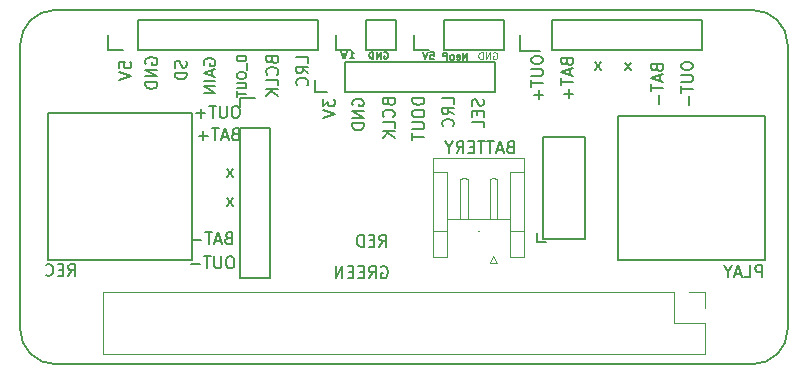
<source format=gbr>
%TF.GenerationSoftware,KiCad,Pcbnew,(5.1.5-0-10_14)*%
%TF.CreationDate,2020-02-24T01:19:29+01:00*%
%TF.ProjectId,raspberrypi_zerow_uhat,72617370-6265-4727-9279-70695f7a6572,1.0*%
%TF.SameCoordinates,Original*%
%TF.FileFunction,Legend,Bot*%
%TF.FilePolarity,Positive*%
%FSLAX46Y46*%
G04 Gerber Fmt 4.6, Leading zero omitted, Abs format (unit mm)*
G04 Created by KiCad (PCBNEW (5.1.5-0-10_14)) date 2020-02-24 01:19:29*
%MOMM*%
%LPD*%
G04 APERTURE LIST*
%ADD10C,0.150000*%
%ADD11C,0.125000*%
%ADD12C,0.120000*%
G04 APERTURE END LIST*
D10*
X97410000Y-102442000D02*
X97410000Y-102188000D01*
X109602000Y-102188000D02*
X97410000Y-102188000D01*
X109602000Y-114634000D02*
X109602000Y-102188000D01*
X97410000Y-114634000D02*
X109602000Y-114634000D01*
X97410000Y-102442000D02*
X97410000Y-114634000D01*
X158116000Y-102442000D02*
X145670000Y-102442000D01*
X158116000Y-114634000D02*
X158116000Y-102442000D01*
X145670000Y-114634000D02*
X158116000Y-114634000D01*
X145670000Y-102442000D02*
X145670000Y-114634000D01*
X135256000Y-97870000D02*
X122556000Y-97870000D01*
X135256000Y-100410000D02*
X135256000Y-97870000D01*
X122556000Y-100410000D02*
X135256000Y-100410000D01*
X122556000Y-97870000D02*
X122556000Y-100410000D01*
X120016000Y-100410000D02*
X121032000Y-100410000D01*
X120016000Y-99394000D02*
X120016000Y-100410000D01*
X138812000Y-113110000D02*
X139574000Y-113110000D01*
X138812000Y-112348000D02*
X138812000Y-113110000D01*
X142876000Y-104220000D02*
X139320000Y-104220000D01*
X142876000Y-112856000D02*
X142876000Y-104220000D01*
X139320000Y-112856000D02*
X142876000Y-112856000D01*
X139320000Y-104220000D02*
X139320000Y-112856000D01*
X116206000Y-103458000D02*
X113666000Y-103458000D01*
X116206000Y-116158000D02*
X116206000Y-103458000D01*
X113666000Y-116158000D02*
X116206000Y-116158000D01*
X113666000Y-103458000D02*
X113666000Y-116158000D01*
X113666000Y-100918000D02*
X113666000Y-101680000D01*
X114936000Y-100918000D02*
X113666000Y-100918000D01*
X120270000Y-96854000D02*
X105030000Y-96854000D01*
X120270000Y-94314000D02*
X120270000Y-96854000D01*
X105030000Y-94314000D02*
X120270000Y-94314000D01*
X105030000Y-96854000D02*
X105030000Y-94314000D01*
X102490000Y-96854000D02*
X103760000Y-96854000D01*
X102490000Y-95584000D02*
X102490000Y-96854000D01*
X126874000Y-96854000D02*
X124334000Y-96854000D01*
X126874000Y-94314000D02*
X126874000Y-96854000D01*
X124334000Y-94314000D02*
X126874000Y-94314000D01*
X124334000Y-96854000D02*
X124334000Y-94314000D01*
X121794000Y-96854000D02*
X123064000Y-96854000D01*
X121794000Y-95584000D02*
X121794000Y-96854000D01*
X136018000Y-96854000D02*
X130938000Y-96854000D01*
X136018000Y-94314000D02*
X136018000Y-96854000D01*
X130938000Y-94314000D02*
X136018000Y-94314000D01*
X130938000Y-96854000D02*
X130938000Y-94314000D01*
X128398000Y-96854000D02*
X129668000Y-96854000D01*
X128398000Y-95584000D02*
X128398000Y-96854000D01*
X152782000Y-96854000D02*
X140082000Y-96854000D01*
X152782000Y-94314000D02*
X152782000Y-96854000D01*
X140082000Y-94314000D02*
X152782000Y-94314000D01*
X140082000Y-96854000D02*
X140082000Y-94314000D01*
X137415000Y-96930200D02*
X139066000Y-96930200D01*
X137415000Y-95609400D02*
X137415000Y-96930200D01*
X109143161Y-97782285D02*
X109190780Y-97925142D01*
X109190780Y-98163238D01*
X109143161Y-98258476D01*
X109095542Y-98306095D01*
X109000304Y-98353714D01*
X108905066Y-98353714D01*
X108809828Y-98306095D01*
X108762209Y-98258476D01*
X108714590Y-98163238D01*
X108666971Y-97972761D01*
X108619352Y-97877523D01*
X108571733Y-97829904D01*
X108476495Y-97782285D01*
X108381257Y-97782285D01*
X108286019Y-97829904D01*
X108238400Y-97877523D01*
X108190780Y-97972761D01*
X108190780Y-98210857D01*
X108238400Y-98353714D01*
X109190780Y-98782285D02*
X108190780Y-98782285D01*
X108190780Y-99020380D01*
X108238400Y-99163238D01*
X108333638Y-99258476D01*
X108428876Y-99306095D01*
X108619352Y-99353714D01*
X108762209Y-99353714D01*
X108952685Y-99306095D01*
X109047923Y-99258476D01*
X109143161Y-99163238D01*
X109190780Y-99020380D01*
X109190780Y-98782285D01*
X105749200Y-98047895D02*
X105701580Y-97952657D01*
X105701580Y-97809800D01*
X105749200Y-97666942D01*
X105844438Y-97571704D01*
X105939676Y-97524085D01*
X106130152Y-97476466D01*
X106273009Y-97476466D01*
X106463485Y-97524085D01*
X106558723Y-97571704D01*
X106653961Y-97666942D01*
X106701580Y-97809800D01*
X106701580Y-97905038D01*
X106653961Y-98047895D01*
X106606342Y-98095514D01*
X106273009Y-98095514D01*
X106273009Y-97905038D01*
X106701580Y-98524085D02*
X105701580Y-98524085D01*
X106701580Y-99095514D01*
X105701580Y-99095514D01*
X106701580Y-99571704D02*
X105701580Y-99571704D01*
X105701580Y-99809800D01*
X105749200Y-99952657D01*
X105844438Y-100047895D01*
X105939676Y-100095514D01*
X106130152Y-100143133D01*
X106273009Y-100143133D01*
X106463485Y-100095514D01*
X106558723Y-100047895D01*
X106653961Y-99952657D01*
X106701580Y-99809800D01*
X106701580Y-99571704D01*
X114256504Y-97381257D02*
X113456504Y-97381257D01*
X113456504Y-97571733D01*
X113494600Y-97686019D01*
X113570790Y-97762209D01*
X113646980Y-97800304D01*
X113799361Y-97838400D01*
X113913647Y-97838400D01*
X114066028Y-97800304D01*
X114142219Y-97762209D01*
X114218409Y-97686019D01*
X114256504Y-97571733D01*
X114256504Y-97381257D01*
X114332695Y-97990780D02*
X114332695Y-98600304D01*
X113456504Y-98943161D02*
X113456504Y-99095542D01*
X113494600Y-99171733D01*
X113570790Y-99247923D01*
X113723171Y-99286019D01*
X113989838Y-99286019D01*
X114142219Y-99247923D01*
X114218409Y-99171733D01*
X114256504Y-99095542D01*
X114256504Y-98943161D01*
X114218409Y-98866971D01*
X114142219Y-98790780D01*
X113989838Y-98752685D01*
X113723171Y-98752685D01*
X113570790Y-98790780D01*
X113494600Y-98866971D01*
X113456504Y-98943161D01*
X113456504Y-99628876D02*
X114104123Y-99628876D01*
X114180314Y-99666971D01*
X114218409Y-99705066D01*
X114256504Y-99781257D01*
X114256504Y-99933638D01*
X114218409Y-100009828D01*
X114180314Y-100047923D01*
X114104123Y-100086019D01*
X113456504Y-100086019D01*
X113456504Y-100352685D02*
X113456504Y-100809828D01*
X114256504Y-100581257D02*
X113456504Y-100581257D01*
X119477780Y-97941523D02*
X119477780Y-97465333D01*
X118477780Y-97465333D01*
X119477780Y-98846285D02*
X119001590Y-98512952D01*
X119477780Y-98274857D02*
X118477780Y-98274857D01*
X118477780Y-98655809D01*
X118525400Y-98751047D01*
X118573019Y-98798666D01*
X118668257Y-98846285D01*
X118811114Y-98846285D01*
X118906352Y-98798666D01*
X118953971Y-98751047D01*
X119001590Y-98655809D01*
X119001590Y-98274857D01*
X119382542Y-99846285D02*
X119430161Y-99798666D01*
X119477780Y-99655809D01*
X119477780Y-99560571D01*
X119430161Y-99417714D01*
X119334923Y-99322476D01*
X119239685Y-99274857D01*
X119049209Y-99227238D01*
X118906352Y-99227238D01*
X118715876Y-99274857D01*
X118620638Y-99322476D01*
X118525400Y-99417714D01*
X118477780Y-99560571D01*
X118477780Y-99655809D01*
X118525400Y-99798666D01*
X118573019Y-99846285D01*
X110676800Y-98139428D02*
X110629180Y-98044190D01*
X110629180Y-97901333D01*
X110676800Y-97758476D01*
X110772038Y-97663238D01*
X110867276Y-97615619D01*
X111057752Y-97568000D01*
X111200609Y-97568000D01*
X111391085Y-97615619D01*
X111486323Y-97663238D01*
X111581561Y-97758476D01*
X111629180Y-97901333D01*
X111629180Y-97996571D01*
X111581561Y-98139428D01*
X111533942Y-98187047D01*
X111200609Y-98187047D01*
X111200609Y-97996571D01*
X111343466Y-98568000D02*
X111343466Y-99044190D01*
X111629180Y-98472761D02*
X110629180Y-98806095D01*
X111629180Y-99139428D01*
X111629180Y-99472761D02*
X110629180Y-99472761D01*
X111629180Y-99948952D02*
X110629180Y-99948952D01*
X111629180Y-100520380D01*
X110629180Y-100520380D01*
X116413971Y-97705066D02*
X116461590Y-97847923D01*
X116509209Y-97895542D01*
X116604447Y-97943161D01*
X116747304Y-97943161D01*
X116842542Y-97895542D01*
X116890161Y-97847923D01*
X116937780Y-97752685D01*
X116937780Y-97371733D01*
X115937780Y-97371733D01*
X115937780Y-97705066D01*
X115985400Y-97800304D01*
X116033019Y-97847923D01*
X116128257Y-97895542D01*
X116223495Y-97895542D01*
X116318733Y-97847923D01*
X116366352Y-97800304D01*
X116413971Y-97705066D01*
X116413971Y-97371733D01*
X116842542Y-98943161D02*
X116890161Y-98895542D01*
X116937780Y-98752685D01*
X116937780Y-98657447D01*
X116890161Y-98514590D01*
X116794923Y-98419352D01*
X116699685Y-98371733D01*
X116509209Y-98324114D01*
X116366352Y-98324114D01*
X116175876Y-98371733D01*
X116080638Y-98419352D01*
X115985400Y-98514590D01*
X115937780Y-98657447D01*
X115937780Y-98752685D01*
X115985400Y-98895542D01*
X116033019Y-98943161D01*
X116937780Y-99847923D02*
X116937780Y-99371733D01*
X115937780Y-99371733D01*
X116937780Y-100181257D02*
X115937780Y-100181257D01*
X116937780Y-100752685D02*
X116366352Y-100324114D01*
X115937780Y-100752685D02*
X116509209Y-100181257D01*
X112711742Y-112784571D02*
X112568885Y-112832190D01*
X112521266Y-112879809D01*
X112473647Y-112975047D01*
X112473647Y-113117904D01*
X112521266Y-113213142D01*
X112568885Y-113260761D01*
X112664123Y-113308380D01*
X113045076Y-113308380D01*
X113045076Y-112308380D01*
X112711742Y-112308380D01*
X112616504Y-112356000D01*
X112568885Y-112403619D01*
X112521266Y-112498857D01*
X112521266Y-112594095D01*
X112568885Y-112689333D01*
X112616504Y-112736952D01*
X112711742Y-112784571D01*
X113045076Y-112784571D01*
X112092695Y-113022666D02*
X111616504Y-113022666D01*
X112187933Y-113308380D02*
X111854600Y-112308380D01*
X111521266Y-113308380D01*
X111330790Y-112308380D02*
X110759361Y-112308380D01*
X111045076Y-113308380D02*
X111045076Y-112308380D01*
X110426028Y-112927428D02*
X109664123Y-112927428D01*
X112973647Y-114340380D02*
X112783171Y-114340380D01*
X112687933Y-114388000D01*
X112592695Y-114483238D01*
X112545076Y-114673714D01*
X112545076Y-115007047D01*
X112592695Y-115197523D01*
X112687933Y-115292761D01*
X112783171Y-115340380D01*
X112973647Y-115340380D01*
X113068885Y-115292761D01*
X113164123Y-115197523D01*
X113211742Y-115007047D01*
X113211742Y-114673714D01*
X113164123Y-114483238D01*
X113068885Y-114388000D01*
X112973647Y-114340380D01*
X112116504Y-114340380D02*
X112116504Y-115149904D01*
X112068885Y-115245142D01*
X112021266Y-115292761D01*
X111926028Y-115340380D01*
X111735552Y-115340380D01*
X111640314Y-115292761D01*
X111592695Y-115245142D01*
X111545076Y-115149904D01*
X111545076Y-114340380D01*
X111211742Y-114340380D02*
X110640314Y-114340380D01*
X110926028Y-115340380D02*
X110926028Y-114340380D01*
X110306980Y-114959428D02*
X109545076Y-114959428D01*
X113430847Y-101614980D02*
X113240371Y-101614980D01*
X113145133Y-101662600D01*
X113049895Y-101757838D01*
X113002276Y-101948314D01*
X113002276Y-102281647D01*
X113049895Y-102472123D01*
X113145133Y-102567361D01*
X113240371Y-102614980D01*
X113430847Y-102614980D01*
X113526085Y-102567361D01*
X113621323Y-102472123D01*
X113668942Y-102281647D01*
X113668942Y-101948314D01*
X113621323Y-101757838D01*
X113526085Y-101662600D01*
X113430847Y-101614980D01*
X112573704Y-101614980D02*
X112573704Y-102424504D01*
X112526085Y-102519742D01*
X112478466Y-102567361D01*
X112383228Y-102614980D01*
X112192752Y-102614980D01*
X112097514Y-102567361D01*
X112049895Y-102519742D01*
X112002276Y-102424504D01*
X112002276Y-101614980D01*
X111668942Y-101614980D02*
X111097514Y-101614980D01*
X111383228Y-102614980D02*
X111383228Y-101614980D01*
X110764180Y-102234028D02*
X110002276Y-102234028D01*
X110383228Y-102614980D02*
X110383228Y-101853076D01*
X113270542Y-103970771D02*
X113127685Y-104018390D01*
X113080066Y-104066009D01*
X113032447Y-104161247D01*
X113032447Y-104304104D01*
X113080066Y-104399342D01*
X113127685Y-104446961D01*
X113222923Y-104494580D01*
X113603876Y-104494580D01*
X113603876Y-103494580D01*
X113270542Y-103494580D01*
X113175304Y-103542200D01*
X113127685Y-103589819D01*
X113080066Y-103685057D01*
X113080066Y-103780295D01*
X113127685Y-103875533D01*
X113175304Y-103923152D01*
X113270542Y-103970771D01*
X113603876Y-103970771D01*
X112651495Y-104208866D02*
X112175304Y-104208866D01*
X112746733Y-104494580D02*
X112413400Y-103494580D01*
X112080066Y-104494580D01*
X111889590Y-103494580D02*
X111318161Y-103494580D01*
X111603876Y-104494580D02*
X111603876Y-103494580D01*
X110984828Y-104113628D02*
X110222923Y-104113628D01*
X110603876Y-104494580D02*
X110603876Y-103732676D01*
X112565895Y-106942619D02*
X113089704Y-107609285D01*
X112565895Y-107609285D02*
X113089704Y-106942619D01*
X112565895Y-109431819D02*
X113089704Y-110098485D01*
X112565895Y-110098485D02*
X113089704Y-109431819D01*
X125670466Y-115226200D02*
X125765704Y-115178580D01*
X125908561Y-115178580D01*
X126051419Y-115226200D01*
X126146657Y-115321438D01*
X126194276Y-115416676D01*
X126241895Y-115607152D01*
X126241895Y-115750009D01*
X126194276Y-115940485D01*
X126146657Y-116035723D01*
X126051419Y-116130961D01*
X125908561Y-116178580D01*
X125813323Y-116178580D01*
X125670466Y-116130961D01*
X125622847Y-116083342D01*
X125622847Y-115750009D01*
X125813323Y-115750009D01*
X124622847Y-116178580D02*
X124956180Y-115702390D01*
X125194276Y-116178580D02*
X125194276Y-115178580D01*
X124813323Y-115178580D01*
X124718085Y-115226200D01*
X124670466Y-115273819D01*
X124622847Y-115369057D01*
X124622847Y-115511914D01*
X124670466Y-115607152D01*
X124718085Y-115654771D01*
X124813323Y-115702390D01*
X125194276Y-115702390D01*
X124194276Y-115654771D02*
X123860942Y-115654771D01*
X123718085Y-116178580D02*
X124194276Y-116178580D01*
X124194276Y-115178580D01*
X123718085Y-115178580D01*
X123289514Y-115654771D02*
X122956180Y-115654771D01*
X122813323Y-116178580D02*
X123289514Y-116178580D01*
X123289514Y-115178580D01*
X122813323Y-115178580D01*
X122384752Y-116178580D02*
X122384752Y-115178580D01*
X121813323Y-116178580D01*
X121813323Y-115178580D01*
X125510257Y-113511580D02*
X125843590Y-113035390D01*
X126081685Y-113511580D02*
X126081685Y-112511580D01*
X125700733Y-112511580D01*
X125605495Y-112559200D01*
X125557876Y-112606819D01*
X125510257Y-112702057D01*
X125510257Y-112844914D01*
X125557876Y-112940152D01*
X125605495Y-112987771D01*
X125700733Y-113035390D01*
X126081685Y-113035390D01*
X125081685Y-112987771D02*
X124748352Y-112987771D01*
X124605495Y-113511580D02*
X125081685Y-113511580D01*
X125081685Y-112511580D01*
X124605495Y-112511580D01*
X124176923Y-113511580D02*
X124176923Y-112511580D01*
X123938828Y-112511580D01*
X123795971Y-112559200D01*
X123700733Y-112654438D01*
X123653114Y-112749676D01*
X123605495Y-112940152D01*
X123605495Y-113083009D01*
X123653114Y-113273485D01*
X123700733Y-113368723D01*
X123795971Y-113463961D01*
X123938828Y-113511580D01*
X124176923Y-113511580D01*
X157887209Y-116102380D02*
X157887209Y-115102380D01*
X157506257Y-115102380D01*
X157411019Y-115150000D01*
X157363400Y-115197619D01*
X157315780Y-115292857D01*
X157315780Y-115435714D01*
X157363400Y-115530952D01*
X157411019Y-115578571D01*
X157506257Y-115626190D01*
X157887209Y-115626190D01*
X156411019Y-116102380D02*
X156887209Y-116102380D01*
X156887209Y-115102380D01*
X156125304Y-115816666D02*
X155649114Y-115816666D01*
X156220542Y-116102380D02*
X155887209Y-115102380D01*
X155553876Y-116102380D01*
X155030066Y-115626190D02*
X155030066Y-116102380D01*
X155363400Y-115102380D02*
X155030066Y-115626190D01*
X154696733Y-115102380D01*
X99170457Y-116000780D02*
X99503790Y-115524590D01*
X99741885Y-116000780D02*
X99741885Y-115000780D01*
X99360933Y-115000780D01*
X99265695Y-115048400D01*
X99218076Y-115096019D01*
X99170457Y-115191257D01*
X99170457Y-115334114D01*
X99218076Y-115429352D01*
X99265695Y-115476971D01*
X99360933Y-115524590D01*
X99741885Y-115524590D01*
X98741885Y-115476971D02*
X98408552Y-115476971D01*
X98265695Y-116000780D02*
X98741885Y-116000780D01*
X98741885Y-115000780D01*
X98265695Y-115000780D01*
X97265695Y-115905542D02*
X97313314Y-115953161D01*
X97456171Y-116000780D01*
X97551409Y-116000780D01*
X97694266Y-115953161D01*
X97789504Y-115857923D01*
X97837123Y-115762685D01*
X97884742Y-115572209D01*
X97884742Y-115429352D01*
X97837123Y-115238876D01*
X97789504Y-115143638D01*
X97694266Y-115048400D01*
X97551409Y-115000780D01*
X97456171Y-115000780D01*
X97313314Y-115048400D01*
X97265695Y-115096019D01*
X146271695Y-97925619D02*
X146795504Y-98592285D01*
X146271695Y-98592285D02*
X146795504Y-97925619D01*
X138365980Y-97622552D02*
X138365980Y-97813028D01*
X138413600Y-97908266D01*
X138508838Y-98003504D01*
X138699314Y-98051123D01*
X139032647Y-98051123D01*
X139223123Y-98003504D01*
X139318361Y-97908266D01*
X139365980Y-97813028D01*
X139365980Y-97622552D01*
X139318361Y-97527314D01*
X139223123Y-97432076D01*
X139032647Y-97384457D01*
X138699314Y-97384457D01*
X138508838Y-97432076D01*
X138413600Y-97527314D01*
X138365980Y-97622552D01*
X138365980Y-98479695D02*
X139175504Y-98479695D01*
X139270742Y-98527314D01*
X139318361Y-98574933D01*
X139365980Y-98670171D01*
X139365980Y-98860647D01*
X139318361Y-98955885D01*
X139270742Y-99003504D01*
X139175504Y-99051123D01*
X138365980Y-99051123D01*
X138365980Y-99384457D02*
X138365980Y-99955885D01*
X139365980Y-99670171D02*
X138365980Y-99670171D01*
X138985028Y-100289219D02*
X138985028Y-101051123D01*
X139365980Y-100670171D02*
X138604076Y-100670171D01*
X149002171Y-98392457D02*
X149049790Y-98535314D01*
X149097409Y-98582933D01*
X149192647Y-98630552D01*
X149335504Y-98630552D01*
X149430742Y-98582933D01*
X149478361Y-98535314D01*
X149525980Y-98440076D01*
X149525980Y-98059123D01*
X148525980Y-98059123D01*
X148525980Y-98392457D01*
X148573600Y-98487695D01*
X148621219Y-98535314D01*
X148716457Y-98582933D01*
X148811695Y-98582933D01*
X148906933Y-98535314D01*
X148954552Y-98487695D01*
X149002171Y-98392457D01*
X149002171Y-98059123D01*
X149240266Y-99011504D02*
X149240266Y-99487695D01*
X149525980Y-98916266D02*
X148525980Y-99249600D01*
X149525980Y-99582933D01*
X148525980Y-99773409D02*
X148525980Y-100344838D01*
X149525980Y-100059123D02*
X148525980Y-100059123D01*
X149145028Y-100678171D02*
X149145028Y-101440076D01*
X151065980Y-98130552D02*
X151065980Y-98321028D01*
X151113600Y-98416266D01*
X151208838Y-98511504D01*
X151399314Y-98559123D01*
X151732647Y-98559123D01*
X151923123Y-98511504D01*
X152018361Y-98416266D01*
X152065980Y-98321028D01*
X152065980Y-98130552D01*
X152018361Y-98035314D01*
X151923123Y-97940076D01*
X151732647Y-97892457D01*
X151399314Y-97892457D01*
X151208838Y-97940076D01*
X151113600Y-98035314D01*
X151065980Y-98130552D01*
X151065980Y-98987695D02*
X151875504Y-98987695D01*
X151970742Y-99035314D01*
X152018361Y-99082933D01*
X152065980Y-99178171D01*
X152065980Y-99368647D01*
X152018361Y-99463885D01*
X151970742Y-99511504D01*
X151875504Y-99559123D01*
X151065980Y-99559123D01*
X151065980Y-99892457D02*
X151065980Y-100463885D01*
X152065980Y-100178171D02*
X151065980Y-100178171D01*
X151685028Y-100797219D02*
X151685028Y-101559123D01*
X141382171Y-97884457D02*
X141429790Y-98027314D01*
X141477409Y-98074933D01*
X141572647Y-98122552D01*
X141715504Y-98122552D01*
X141810742Y-98074933D01*
X141858361Y-98027314D01*
X141905980Y-97932076D01*
X141905980Y-97551123D01*
X140905980Y-97551123D01*
X140905980Y-97884457D01*
X140953600Y-97979695D01*
X141001219Y-98027314D01*
X141096457Y-98074933D01*
X141191695Y-98074933D01*
X141286933Y-98027314D01*
X141334552Y-97979695D01*
X141382171Y-97884457D01*
X141382171Y-97551123D01*
X141620266Y-98503504D02*
X141620266Y-98979695D01*
X141905980Y-98408266D02*
X140905980Y-98741600D01*
X141905980Y-99074933D01*
X140905980Y-99265409D02*
X140905980Y-99836838D01*
X141905980Y-99551123D02*
X140905980Y-99551123D01*
X141525028Y-100170171D02*
X141525028Y-100932076D01*
X141905980Y-100551123D02*
X141144076Y-100551123D01*
X143731695Y-97874819D02*
X144255504Y-98541485D01*
X143731695Y-98541485D02*
X144255504Y-97874819D01*
X120738380Y-101019695D02*
X120738380Y-101638742D01*
X121119333Y-101305409D01*
X121119333Y-101448266D01*
X121166952Y-101543504D01*
X121214571Y-101591123D01*
X121309809Y-101638742D01*
X121547904Y-101638742D01*
X121643142Y-101591123D01*
X121690761Y-101543504D01*
X121738380Y-101448266D01*
X121738380Y-101162552D01*
X121690761Y-101067314D01*
X121643142Y-101019695D01*
X120738380Y-101924457D02*
X121738380Y-102257790D01*
X120738380Y-102591123D01*
X134289161Y-101019742D02*
X134336780Y-101162600D01*
X134336780Y-101400695D01*
X134289161Y-101495933D01*
X134241542Y-101543552D01*
X134146304Y-101591171D01*
X134051066Y-101591171D01*
X133955828Y-101543552D01*
X133908209Y-101495933D01*
X133860590Y-101400695D01*
X133812971Y-101210219D01*
X133765352Y-101114980D01*
X133717733Y-101067361D01*
X133622495Y-101019742D01*
X133527257Y-101019742D01*
X133432019Y-101067361D01*
X133384400Y-101114980D01*
X133336780Y-101210219D01*
X133336780Y-101448314D01*
X133384400Y-101591171D01*
X133812971Y-102019742D02*
X133812971Y-102353076D01*
X134336780Y-102495933D02*
X134336780Y-102019742D01*
X133336780Y-102019742D01*
X133336780Y-102495933D01*
X134336780Y-103400695D02*
X134336780Y-102924504D01*
X133336780Y-102924504D01*
X131822180Y-101421323D02*
X131822180Y-100945133D01*
X130822180Y-100945133D01*
X131822180Y-102326085D02*
X131345990Y-101992752D01*
X131822180Y-101754657D02*
X130822180Y-101754657D01*
X130822180Y-102135609D01*
X130869800Y-102230847D01*
X130917419Y-102278466D01*
X131012657Y-102326085D01*
X131155514Y-102326085D01*
X131250752Y-102278466D01*
X131298371Y-102230847D01*
X131345990Y-102135609D01*
X131345990Y-101754657D01*
X131726942Y-103326085D02*
X131774561Y-103278466D01*
X131822180Y-103135609D01*
X131822180Y-103040371D01*
X131774561Y-102897514D01*
X131679323Y-102802276D01*
X131584085Y-102754657D01*
X131393609Y-102707038D01*
X131250752Y-102707038D01*
X131060276Y-102754657D01*
X130965038Y-102802276D01*
X130869800Y-102897514D01*
X130822180Y-103040371D01*
X130822180Y-103135609D01*
X130869800Y-103278466D01*
X130917419Y-103326085D01*
X126269171Y-101286466D02*
X126316790Y-101429323D01*
X126364409Y-101476942D01*
X126459647Y-101524561D01*
X126602504Y-101524561D01*
X126697742Y-101476942D01*
X126745361Y-101429323D01*
X126792980Y-101334085D01*
X126792980Y-100953133D01*
X125792980Y-100953133D01*
X125792980Y-101286466D01*
X125840600Y-101381704D01*
X125888219Y-101429323D01*
X125983457Y-101476942D01*
X126078695Y-101476942D01*
X126173933Y-101429323D01*
X126221552Y-101381704D01*
X126269171Y-101286466D01*
X126269171Y-100953133D01*
X126697742Y-102524561D02*
X126745361Y-102476942D01*
X126792980Y-102334085D01*
X126792980Y-102238847D01*
X126745361Y-102095990D01*
X126650123Y-102000752D01*
X126554885Y-101953133D01*
X126364409Y-101905514D01*
X126221552Y-101905514D01*
X126031076Y-101953133D01*
X125935838Y-102000752D01*
X125840600Y-102095990D01*
X125792980Y-102238847D01*
X125792980Y-102334085D01*
X125840600Y-102476942D01*
X125888219Y-102524561D01*
X126792980Y-103429323D02*
X126792980Y-102953133D01*
X125792980Y-102953133D01*
X126792980Y-103762657D02*
X125792980Y-103762657D01*
X126792980Y-104334085D02*
X126221552Y-103905514D01*
X125792980Y-104334085D02*
X126364409Y-103762657D01*
X129307580Y-100954723D02*
X128307580Y-100954723D01*
X128307580Y-101192819D01*
X128355200Y-101335676D01*
X128450438Y-101430914D01*
X128545676Y-101478533D01*
X128736152Y-101526152D01*
X128879009Y-101526152D01*
X129069485Y-101478533D01*
X129164723Y-101430914D01*
X129259961Y-101335676D01*
X129307580Y-101192819D01*
X129307580Y-100954723D01*
X128307580Y-102145200D02*
X128307580Y-102335676D01*
X128355200Y-102430914D01*
X128450438Y-102526152D01*
X128640914Y-102573771D01*
X128974247Y-102573771D01*
X129164723Y-102526152D01*
X129259961Y-102430914D01*
X129307580Y-102335676D01*
X129307580Y-102145200D01*
X129259961Y-102049961D01*
X129164723Y-101954723D01*
X128974247Y-101907104D01*
X128640914Y-101907104D01*
X128450438Y-101954723D01*
X128355200Y-102049961D01*
X128307580Y-102145200D01*
X128307580Y-103002342D02*
X129117104Y-103002342D01*
X129212342Y-103049961D01*
X129259961Y-103097580D01*
X129307580Y-103192819D01*
X129307580Y-103383295D01*
X129259961Y-103478533D01*
X129212342Y-103526152D01*
X129117104Y-103573771D01*
X128307580Y-103573771D01*
X128307580Y-103907104D02*
X128307580Y-104478533D01*
X129307580Y-104192819D02*
X128307580Y-104192819D01*
X123249800Y-101553095D02*
X123202180Y-101457857D01*
X123202180Y-101315000D01*
X123249800Y-101172142D01*
X123345038Y-101076904D01*
X123440276Y-101029285D01*
X123630752Y-100981666D01*
X123773609Y-100981666D01*
X123964085Y-101029285D01*
X124059323Y-101076904D01*
X124154561Y-101172142D01*
X124202180Y-101315000D01*
X124202180Y-101410238D01*
X124154561Y-101553095D01*
X124106942Y-101600714D01*
X123773609Y-101600714D01*
X123773609Y-101410238D01*
X124202180Y-102029285D02*
X123202180Y-102029285D01*
X124202180Y-102600714D01*
X123202180Y-102600714D01*
X124202180Y-103076904D02*
X123202180Y-103076904D01*
X123202180Y-103315000D01*
X123249800Y-103457857D01*
X123345038Y-103553095D01*
X123440276Y-103600714D01*
X123630752Y-103648333D01*
X123773609Y-103648333D01*
X123964085Y-103600714D01*
X124059323Y-103553095D01*
X124154561Y-103457857D01*
X124202180Y-103315000D01*
X124202180Y-103076904D01*
X122981428Y-97582628D02*
X123324285Y-97582628D01*
X123152857Y-97582628D02*
X123152857Y-96982628D01*
X123210000Y-97068342D01*
X123267142Y-97125485D01*
X123324285Y-97154057D01*
X122781428Y-96982628D02*
X122638571Y-97582628D01*
X122524285Y-97154057D01*
X122410000Y-97582628D01*
X122267142Y-96982628D01*
X125908742Y-97036600D02*
X125965885Y-97008028D01*
X126051600Y-97008028D01*
X126137314Y-97036600D01*
X126194457Y-97093742D01*
X126223028Y-97150885D01*
X126251600Y-97265171D01*
X126251600Y-97350885D01*
X126223028Y-97465171D01*
X126194457Y-97522314D01*
X126137314Y-97579457D01*
X126051600Y-97608028D01*
X125994457Y-97608028D01*
X125908742Y-97579457D01*
X125880171Y-97550885D01*
X125880171Y-97350885D01*
X125994457Y-97350885D01*
X125623028Y-97608028D02*
X125623028Y-97008028D01*
X125280171Y-97608028D01*
X125280171Y-97008028D01*
X124994457Y-97608028D02*
X124994457Y-97008028D01*
X124851600Y-97008028D01*
X124765885Y-97036600D01*
X124708742Y-97093742D01*
X124680171Y-97150885D01*
X124651600Y-97265171D01*
X124651600Y-97350885D01*
X124680171Y-97465171D01*
X124708742Y-97522314D01*
X124765885Y-97579457D01*
X124851600Y-97608028D01*
X124994457Y-97608028D01*
D11*
X135154342Y-97087400D02*
X135211485Y-97058828D01*
X135297200Y-97058828D01*
X135382914Y-97087400D01*
X135440057Y-97144542D01*
X135468628Y-97201685D01*
X135497200Y-97315971D01*
X135497200Y-97401685D01*
X135468628Y-97515971D01*
X135440057Y-97573114D01*
X135382914Y-97630257D01*
X135297200Y-97658828D01*
X135240057Y-97658828D01*
X135154342Y-97630257D01*
X135125771Y-97601685D01*
X135125771Y-97401685D01*
X135240057Y-97401685D01*
X134868628Y-97658828D02*
X134868628Y-97058828D01*
X134525771Y-97658828D01*
X134525771Y-97058828D01*
X134240057Y-97658828D02*
X134240057Y-97058828D01*
X134097200Y-97058828D01*
X134011485Y-97087400D01*
X133954342Y-97144542D01*
X133925771Y-97201685D01*
X133897200Y-97315971D01*
X133897200Y-97401685D01*
X133925771Y-97515971D01*
X133954342Y-97573114D01*
X134011485Y-97630257D01*
X134097200Y-97658828D01*
X134240057Y-97658828D01*
D10*
X132928600Y-97684228D02*
X132928600Y-97084228D01*
X132585742Y-97684228D01*
X132585742Y-97084228D01*
X132071457Y-97655657D02*
X132128600Y-97684228D01*
X132242885Y-97684228D01*
X132300028Y-97655657D01*
X132328600Y-97598514D01*
X132328600Y-97369942D01*
X132300028Y-97312800D01*
X132242885Y-97284228D01*
X132128600Y-97284228D01*
X132071457Y-97312800D01*
X132042885Y-97369942D01*
X132042885Y-97427085D01*
X132328600Y-97484228D01*
X131700028Y-97684228D02*
X131757171Y-97655657D01*
X131785742Y-97627085D01*
X131814314Y-97569942D01*
X131814314Y-97398514D01*
X131785742Y-97341371D01*
X131757171Y-97312800D01*
X131700028Y-97284228D01*
X131614314Y-97284228D01*
X131557171Y-97312800D01*
X131528600Y-97341371D01*
X131500028Y-97398514D01*
X131500028Y-97569942D01*
X131528600Y-97627085D01*
X131557171Y-97655657D01*
X131614314Y-97684228D01*
X131700028Y-97684228D01*
X131242885Y-97684228D02*
X131242885Y-97084228D01*
X131014314Y-97084228D01*
X130957171Y-97112800D01*
X130928600Y-97141371D01*
X130900028Y-97198514D01*
X130900028Y-97284228D01*
X130928600Y-97341371D01*
X130957171Y-97369942D01*
X131014314Y-97398514D01*
X131242885Y-97398514D01*
X129807685Y-97058828D02*
X130093400Y-97058828D01*
X130121971Y-97344542D01*
X130093400Y-97315971D01*
X130036257Y-97287400D01*
X129893400Y-97287400D01*
X129836257Y-97315971D01*
X129807685Y-97344542D01*
X129779114Y-97401685D01*
X129779114Y-97544542D01*
X129807685Y-97601685D01*
X129836257Y-97630257D01*
X129893400Y-97658828D01*
X130036257Y-97658828D01*
X130093400Y-97630257D01*
X130121971Y-97601685D01*
X129607685Y-97058828D02*
X129407685Y-97658828D01*
X129207685Y-97058828D01*
X103484380Y-98377523D02*
X103484380Y-97901333D01*
X103960571Y-97853714D01*
X103912952Y-97901333D01*
X103865333Y-97996571D01*
X103865333Y-98234666D01*
X103912952Y-98329904D01*
X103960571Y-98377523D01*
X104055809Y-98425142D01*
X104293904Y-98425142D01*
X104389142Y-98377523D01*
X104436761Y-98329904D01*
X104484380Y-98234666D01*
X104484380Y-97996571D01*
X104436761Y-97901333D01*
X104389142Y-97853714D01*
X103484380Y-98710857D02*
X104484380Y-99044190D01*
X103484380Y-99377523D01*
X136562152Y-105062971D02*
X136419295Y-105110590D01*
X136371676Y-105158209D01*
X136324057Y-105253447D01*
X136324057Y-105396304D01*
X136371676Y-105491542D01*
X136419295Y-105539161D01*
X136514533Y-105586780D01*
X136895485Y-105586780D01*
X136895485Y-104586780D01*
X136562152Y-104586780D01*
X136466914Y-104634400D01*
X136419295Y-104682019D01*
X136371676Y-104777257D01*
X136371676Y-104872495D01*
X136419295Y-104967733D01*
X136466914Y-105015352D01*
X136562152Y-105062971D01*
X136895485Y-105062971D01*
X135943104Y-105301066D02*
X135466914Y-105301066D01*
X136038342Y-105586780D02*
X135705009Y-104586780D01*
X135371676Y-105586780D01*
X135181200Y-104586780D02*
X134609771Y-104586780D01*
X134895485Y-105586780D02*
X134895485Y-104586780D01*
X134419295Y-104586780D02*
X133847866Y-104586780D01*
X134133580Y-105586780D02*
X134133580Y-104586780D01*
X133514533Y-105062971D02*
X133181200Y-105062971D01*
X133038342Y-105586780D02*
X133514533Y-105586780D01*
X133514533Y-104586780D01*
X133038342Y-104586780D01*
X132038342Y-105586780D02*
X132371676Y-105110590D01*
X132609771Y-105586780D02*
X132609771Y-104586780D01*
X132228819Y-104586780D01*
X132133580Y-104634400D01*
X132085961Y-104682019D01*
X132038342Y-104777257D01*
X132038342Y-104920114D01*
X132085961Y-105015352D01*
X132133580Y-105062971D01*
X132228819Y-105110590D01*
X132609771Y-105110590D01*
X131419295Y-105110590D02*
X131419295Y-105586780D01*
X131752628Y-104586780D02*
X131419295Y-105110590D01*
X131085961Y-104586780D01*
X160092000Y-96468000D02*
X160092000Y-120468000D01*
X157092000Y-123468000D02*
X98092000Y-123468000D01*
X156592000Y-93468000D02*
X157092000Y-93468000D01*
X98592000Y-93468000D02*
X98092000Y-93468000D01*
X95092000Y-120468000D02*
X95092000Y-96468000D01*
X160092000Y-120468000D02*
G75*
G02X157092000Y-123468000I-3000000J0D01*
G01*
X157092000Y-93468000D02*
G75*
G02X160092000Y-96468000I0J-3000000D01*
G01*
X95092000Y-96468000D02*
G75*
G02X98092000Y-93468000I3000000J0D01*
G01*
X98092000Y-123468000D02*
G75*
G02X95092000Y-120468000I0J3000000D01*
G01*
X156592000Y-93468000D02*
X98592000Y-93468000D01*
D12*
X134854400Y-114905200D02*
X135154400Y-114305200D01*
X135454400Y-114905200D02*
X134854400Y-114905200D01*
X135154400Y-114305200D02*
X135454400Y-114905200D01*
X132334400Y-111215200D02*
X132654400Y-111215200D01*
X132334400Y-107795200D02*
X132334400Y-111215200D01*
X132654400Y-107715200D02*
X132334400Y-107795200D01*
X132974400Y-107795200D02*
X132654400Y-107715200D01*
X132974400Y-111215200D02*
X132974400Y-107795200D01*
X132654400Y-111215200D02*
X132974400Y-111215200D01*
X133984400Y-112215200D02*
X133824400Y-112215200D01*
X134834400Y-111215200D02*
X135154400Y-111215200D01*
X134834400Y-107795200D02*
X134834400Y-111215200D01*
X135154400Y-107715200D02*
X134834400Y-107795200D01*
X135474400Y-107795200D02*
X135154400Y-107715200D01*
X135474400Y-111215200D02*
X135474400Y-107795200D01*
X135154400Y-111215200D02*
X135474400Y-111215200D01*
X136544400Y-111215200D02*
X131264400Y-111215200D01*
X131264400Y-112215200D02*
X130044400Y-112215200D01*
X131264400Y-107215200D02*
X131264400Y-112215200D01*
X130044400Y-107215200D02*
X131264400Y-107215200D01*
X136544400Y-112215200D02*
X137764400Y-112215200D01*
X136544400Y-107215200D02*
X136544400Y-112215200D01*
X137764400Y-107215200D02*
X136544400Y-107215200D01*
X131264400Y-114415200D02*
X131264400Y-112215200D01*
X130044400Y-114415200D02*
X131264400Y-114415200D01*
X130044400Y-105995200D02*
X130044400Y-114415200D01*
X137764400Y-105995200D02*
X130044400Y-105995200D01*
X137764400Y-114415200D02*
X137764400Y-105995200D01*
X136544400Y-114415200D02*
X137764400Y-114415200D01*
X136544400Y-112215200D02*
X136544400Y-114415200D01*
X153052000Y-122568000D02*
X153052000Y-119968000D01*
X153052000Y-122568000D02*
X102132000Y-122568000D01*
X102132000Y-122568000D02*
X102132000Y-117368000D01*
X150452000Y-117368000D02*
X102132000Y-117368000D01*
X150452000Y-119968000D02*
X150452000Y-117368000D01*
X153052000Y-119968000D02*
X150452000Y-119968000D01*
X153052000Y-117368000D02*
X151722000Y-117368000D01*
X153052000Y-118698000D02*
X153052000Y-117368000D01*
M02*

</source>
